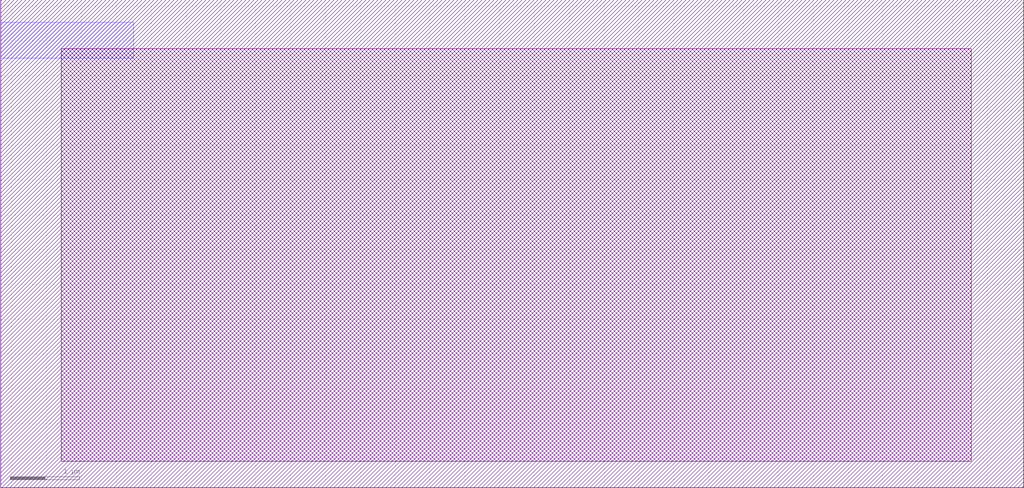
<source format=lef>
VERSION 5.7 ;
  NOWIREEXTENSIONATPIN ON ;
  DIVIDERCHAR "/" ;
  BUSBITCHARS "[]" ;
UNITS
  DATABASE MICRONS 200 ;
END UNITS

LAYER via2
  TYPE CUT ;
END via2

LAYER via
  TYPE CUT ;
END via

LAYER nwell
  TYPE MASTERSLICE ;
END nwell

LAYER via3
  TYPE CUT ;
END via3

LAYER pwell
  TYPE MASTERSLICE ;
END pwell

LAYER via4
  TYPE CUT ;
END via4

LAYER mcon
  TYPE CUT ;
END mcon

LAYER met6
  TYPE ROUTING ;
  WIDTH 0.030000 ;
  SPACING 0.040000 ;
  DIRECTION HORIZONTAL ;
END met6

LAYER met1
  TYPE ROUTING ;
  WIDTH 0.140000 ;
  SPACING 0.140000 ;
  DIRECTION HORIZONTAL ;
END met1

LAYER met3
  TYPE ROUTING ;
  WIDTH 0.300000 ;
  SPACING 0.300000 ;
  DIRECTION HORIZONTAL ;
END met3

LAYER met2
  TYPE ROUTING ;
  WIDTH 0.140000 ;
  SPACING 0.140000 ;
  DIRECTION HORIZONTAL ;
END met2

LAYER met4
  TYPE ROUTING ;
  WIDTH 0.300000 ;
  SPACING 0.300000 ;
  DIRECTION HORIZONTAL ;
END met4

LAYER met5
  TYPE ROUTING ;
  WIDTH 1.600000 ;
  SPACING 1.600000 ;
  DIRECTION HORIZONTAL ;
END met5

LAYER li1
  TYPE ROUTING ;
  WIDTH 0.170000 ;
  SPACING 0.170000 ;
  DIRECTION HORIZONTAL ;
END li1

MACRO sky130_hilas_swc2x2varactor
  CLASS BLOCK ;
  FOREIGN sky130_hilas_swc2x2varactor ;
  ORIGIN 14.660 4.420 ;
  SIZE 14.680 BY 7.010 ;
  OBS
      LAYER nwell ;
        RECT -14.660 1.750 -12.750 2.270 ;
      LAYER li1 ;
        RECT -13.790 -4.040 -0.730 1.890 ;
  END
END sky130_hilas_swc2x2varactor
END LIBRARY


</source>
